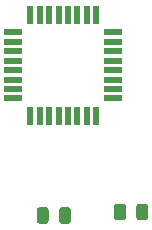
<source format=gtp>
%TF.GenerationSoftware,KiCad,Pcbnew,(5.0.0)*%
%TF.CreationDate,2018-10-04T13:43:41-06:00*%
%TF.ProjectId,contador,636F6E7461646F722E6B696361645F70,rev?*%
%TF.SameCoordinates,Original*%
%TF.FileFunction,Paste,Top*%
%TF.FilePolarity,Positive*%
%FSLAX46Y46*%
G04 Gerber Fmt 4.6, Leading zero omitted, Abs format (unit mm)*
G04 Created by KiCad (PCBNEW (5.0.0)) date 10/04/18 13:43:41*
%MOMM*%
%LPD*%
G01*
G04 APERTURE LIST*
%ADD10C,0.150000*%
%ADD11C,0.975000*%
%ADD12R,1.600000X0.550000*%
%ADD13R,0.550000X1.600000*%
G04 APERTURE END LIST*
D10*
G36*
X171542642Y-118501174D02*
X171566303Y-118504684D01*
X171589507Y-118510496D01*
X171612029Y-118518554D01*
X171633653Y-118528782D01*
X171654170Y-118541079D01*
X171673383Y-118555329D01*
X171691107Y-118571393D01*
X171707171Y-118589117D01*
X171721421Y-118608330D01*
X171733718Y-118628847D01*
X171743946Y-118650471D01*
X171752004Y-118672993D01*
X171757816Y-118696197D01*
X171761326Y-118719858D01*
X171762500Y-118743750D01*
X171762500Y-119656250D01*
X171761326Y-119680142D01*
X171757816Y-119703803D01*
X171752004Y-119727007D01*
X171743946Y-119749529D01*
X171733718Y-119771153D01*
X171721421Y-119791670D01*
X171707171Y-119810883D01*
X171691107Y-119828607D01*
X171673383Y-119844671D01*
X171654170Y-119858921D01*
X171633653Y-119871218D01*
X171612029Y-119881446D01*
X171589507Y-119889504D01*
X171566303Y-119895316D01*
X171542642Y-119898826D01*
X171518750Y-119900000D01*
X171031250Y-119900000D01*
X171007358Y-119898826D01*
X170983697Y-119895316D01*
X170960493Y-119889504D01*
X170937971Y-119881446D01*
X170916347Y-119871218D01*
X170895830Y-119858921D01*
X170876617Y-119844671D01*
X170858893Y-119828607D01*
X170842829Y-119810883D01*
X170828579Y-119791670D01*
X170816282Y-119771153D01*
X170806054Y-119749529D01*
X170797996Y-119727007D01*
X170792184Y-119703803D01*
X170788674Y-119680142D01*
X170787500Y-119656250D01*
X170787500Y-118743750D01*
X170788674Y-118719858D01*
X170792184Y-118696197D01*
X170797996Y-118672993D01*
X170806054Y-118650471D01*
X170816282Y-118628847D01*
X170828579Y-118608330D01*
X170842829Y-118589117D01*
X170858893Y-118571393D01*
X170876617Y-118555329D01*
X170895830Y-118541079D01*
X170916347Y-118528782D01*
X170937971Y-118518554D01*
X170960493Y-118510496D01*
X170983697Y-118504684D01*
X171007358Y-118501174D01*
X171031250Y-118500000D01*
X171518750Y-118500000D01*
X171542642Y-118501174D01*
X171542642Y-118501174D01*
G37*
D11*
X171275000Y-119200000D03*
D10*
G36*
X169667642Y-118501174D02*
X169691303Y-118504684D01*
X169714507Y-118510496D01*
X169737029Y-118518554D01*
X169758653Y-118528782D01*
X169779170Y-118541079D01*
X169798383Y-118555329D01*
X169816107Y-118571393D01*
X169832171Y-118589117D01*
X169846421Y-118608330D01*
X169858718Y-118628847D01*
X169868946Y-118650471D01*
X169877004Y-118672993D01*
X169882816Y-118696197D01*
X169886326Y-118719858D01*
X169887500Y-118743750D01*
X169887500Y-119656250D01*
X169886326Y-119680142D01*
X169882816Y-119703803D01*
X169877004Y-119727007D01*
X169868946Y-119749529D01*
X169858718Y-119771153D01*
X169846421Y-119791670D01*
X169832171Y-119810883D01*
X169816107Y-119828607D01*
X169798383Y-119844671D01*
X169779170Y-119858921D01*
X169758653Y-119871218D01*
X169737029Y-119881446D01*
X169714507Y-119889504D01*
X169691303Y-119895316D01*
X169667642Y-119898826D01*
X169643750Y-119900000D01*
X169156250Y-119900000D01*
X169132358Y-119898826D01*
X169108697Y-119895316D01*
X169085493Y-119889504D01*
X169062971Y-119881446D01*
X169041347Y-119871218D01*
X169020830Y-119858921D01*
X169001617Y-119844671D01*
X168983893Y-119828607D01*
X168967829Y-119810883D01*
X168953579Y-119791670D01*
X168941282Y-119771153D01*
X168931054Y-119749529D01*
X168922996Y-119727007D01*
X168917184Y-119703803D01*
X168913674Y-119680142D01*
X168912500Y-119656250D01*
X168912500Y-118743750D01*
X168913674Y-118719858D01*
X168917184Y-118696197D01*
X168922996Y-118672993D01*
X168931054Y-118650471D01*
X168941282Y-118628847D01*
X168953579Y-118608330D01*
X168967829Y-118589117D01*
X168983893Y-118571393D01*
X169001617Y-118555329D01*
X169020830Y-118541079D01*
X169041347Y-118528782D01*
X169062971Y-118518554D01*
X169085493Y-118510496D01*
X169108697Y-118504684D01*
X169132358Y-118501174D01*
X169156250Y-118500000D01*
X169643750Y-118500000D01*
X169667642Y-118501174D01*
X169667642Y-118501174D01*
G37*
D11*
X169400000Y-119200000D03*
D10*
G36*
X165005142Y-118801174D02*
X165028803Y-118804684D01*
X165052007Y-118810496D01*
X165074529Y-118818554D01*
X165096153Y-118828782D01*
X165116670Y-118841079D01*
X165135883Y-118855329D01*
X165153607Y-118871393D01*
X165169671Y-118889117D01*
X165183921Y-118908330D01*
X165196218Y-118928847D01*
X165206446Y-118950471D01*
X165214504Y-118972993D01*
X165220316Y-118996197D01*
X165223826Y-119019858D01*
X165225000Y-119043750D01*
X165225000Y-119956250D01*
X165223826Y-119980142D01*
X165220316Y-120003803D01*
X165214504Y-120027007D01*
X165206446Y-120049529D01*
X165196218Y-120071153D01*
X165183921Y-120091670D01*
X165169671Y-120110883D01*
X165153607Y-120128607D01*
X165135883Y-120144671D01*
X165116670Y-120158921D01*
X165096153Y-120171218D01*
X165074529Y-120181446D01*
X165052007Y-120189504D01*
X165028803Y-120195316D01*
X165005142Y-120198826D01*
X164981250Y-120200000D01*
X164493750Y-120200000D01*
X164469858Y-120198826D01*
X164446197Y-120195316D01*
X164422993Y-120189504D01*
X164400471Y-120181446D01*
X164378847Y-120171218D01*
X164358330Y-120158921D01*
X164339117Y-120144671D01*
X164321393Y-120128607D01*
X164305329Y-120110883D01*
X164291079Y-120091670D01*
X164278782Y-120071153D01*
X164268554Y-120049529D01*
X164260496Y-120027007D01*
X164254684Y-120003803D01*
X164251174Y-119980142D01*
X164250000Y-119956250D01*
X164250000Y-119043750D01*
X164251174Y-119019858D01*
X164254684Y-118996197D01*
X164260496Y-118972993D01*
X164268554Y-118950471D01*
X164278782Y-118928847D01*
X164291079Y-118908330D01*
X164305329Y-118889117D01*
X164321393Y-118871393D01*
X164339117Y-118855329D01*
X164358330Y-118841079D01*
X164378847Y-118828782D01*
X164400471Y-118818554D01*
X164422993Y-118810496D01*
X164446197Y-118804684D01*
X164469858Y-118801174D01*
X164493750Y-118800000D01*
X164981250Y-118800000D01*
X165005142Y-118801174D01*
X165005142Y-118801174D01*
G37*
D11*
X164737500Y-119500000D03*
D10*
G36*
X163130142Y-118801174D02*
X163153803Y-118804684D01*
X163177007Y-118810496D01*
X163199529Y-118818554D01*
X163221153Y-118828782D01*
X163241670Y-118841079D01*
X163260883Y-118855329D01*
X163278607Y-118871393D01*
X163294671Y-118889117D01*
X163308921Y-118908330D01*
X163321218Y-118928847D01*
X163331446Y-118950471D01*
X163339504Y-118972993D01*
X163345316Y-118996197D01*
X163348826Y-119019858D01*
X163350000Y-119043750D01*
X163350000Y-119956250D01*
X163348826Y-119980142D01*
X163345316Y-120003803D01*
X163339504Y-120027007D01*
X163331446Y-120049529D01*
X163321218Y-120071153D01*
X163308921Y-120091670D01*
X163294671Y-120110883D01*
X163278607Y-120128607D01*
X163260883Y-120144671D01*
X163241670Y-120158921D01*
X163221153Y-120171218D01*
X163199529Y-120181446D01*
X163177007Y-120189504D01*
X163153803Y-120195316D01*
X163130142Y-120198826D01*
X163106250Y-120200000D01*
X162618750Y-120200000D01*
X162594858Y-120198826D01*
X162571197Y-120195316D01*
X162547993Y-120189504D01*
X162525471Y-120181446D01*
X162503847Y-120171218D01*
X162483330Y-120158921D01*
X162464117Y-120144671D01*
X162446393Y-120128607D01*
X162430329Y-120110883D01*
X162416079Y-120091670D01*
X162403782Y-120071153D01*
X162393554Y-120049529D01*
X162385496Y-120027007D01*
X162379684Y-120003803D01*
X162376174Y-119980142D01*
X162375000Y-119956250D01*
X162375000Y-119043750D01*
X162376174Y-119019858D01*
X162379684Y-118996197D01*
X162385496Y-118972993D01*
X162393554Y-118950471D01*
X162403782Y-118928847D01*
X162416079Y-118908330D01*
X162430329Y-118889117D01*
X162446393Y-118871393D01*
X162464117Y-118855329D01*
X162483330Y-118841079D01*
X162503847Y-118828782D01*
X162525471Y-118818554D01*
X162547993Y-118810496D01*
X162571197Y-118804684D01*
X162594858Y-118801174D01*
X162618750Y-118800000D01*
X163106250Y-118800000D01*
X163130142Y-118801174D01*
X163130142Y-118801174D01*
G37*
D11*
X162862500Y-119500000D03*
D12*
X160350000Y-104000000D03*
X160350000Y-104800000D03*
X160350000Y-105600000D03*
X160350000Y-106400000D03*
X160350000Y-107200000D03*
X160350000Y-108000000D03*
X160350000Y-108800000D03*
X160350000Y-109600000D03*
D13*
X161800000Y-111050000D03*
X162600000Y-111050000D03*
X163400000Y-111050000D03*
X164200000Y-111050000D03*
X165000000Y-111050000D03*
X165800000Y-111050000D03*
X166600000Y-111050000D03*
X167400000Y-111050000D03*
D12*
X168850000Y-109600000D03*
X168850000Y-108800000D03*
X168850000Y-108000000D03*
X168850000Y-107200000D03*
X168850000Y-106400000D03*
X168850000Y-105600000D03*
X168850000Y-104800000D03*
X168850000Y-104000000D03*
D13*
X167400000Y-102550000D03*
X166600000Y-102550000D03*
X165800000Y-102550000D03*
X165000000Y-102550000D03*
X164200000Y-102550000D03*
X163400000Y-102550000D03*
X162600000Y-102550000D03*
X161800000Y-102550000D03*
M02*

</source>
